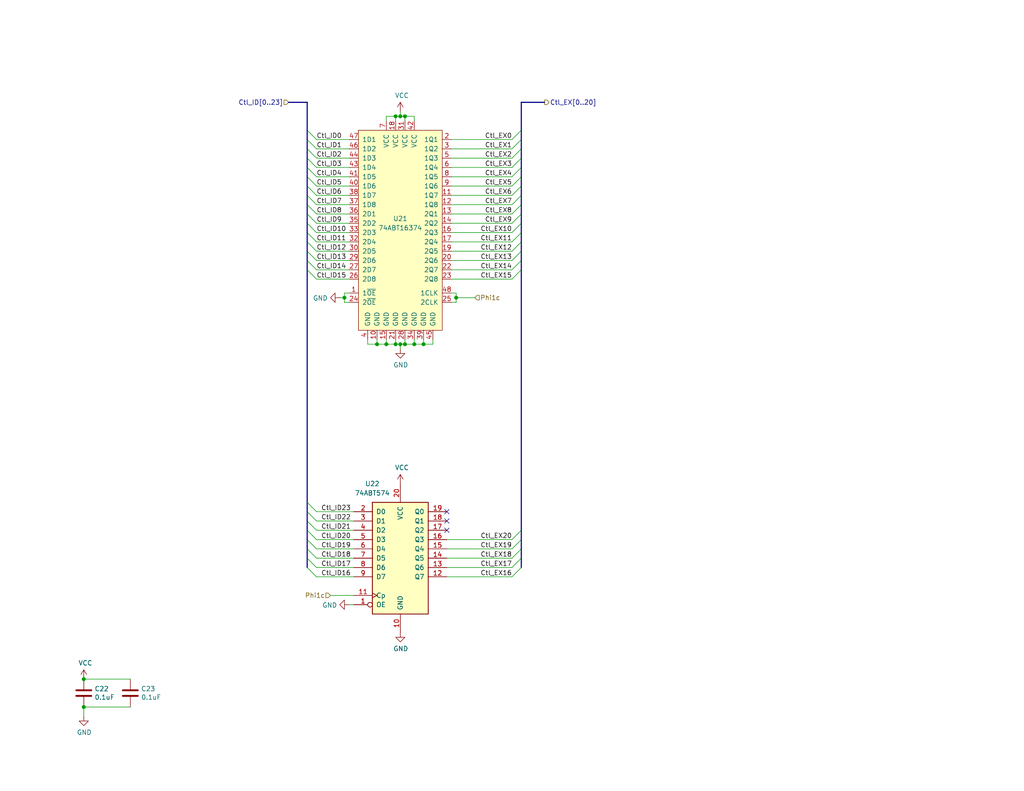
<source format=kicad_sch>
(kicad_sch (version 20250114) (generator "eeschema") (generator_version "9.0")
  (paper "USLetter")
  (title_block (title "ID/EX Control Register") (date "2023-11-25") (rev "A"))
  (lib_symbols
    (symbol "Device:C" (pin_numbers (hide yes)) (pin_names (offset 0.254))
      (property "Reference" "C" (at 0.635 2.54 0))
      (property "Value" "C" (at 0.635 -2.54 0))
      (symbol "C_0_1"
        (polyline (pts (xy -2.032 0.762) (xy 2.032 0.762)) (stroke (width 0.508)))
        (polyline (pts (xy -2.032 -0.762) (xy 2.032 -0.762)) (stroke (width 0.508)))
      )
      (symbol "C_1_1"
        (pin passive line (at 0 3.81 270) (length 2.794) (name "~") (number "1"))
        (pin passive line (at 0 -3.81 90) (length 2.794) (name "~") (number "2"))
      )
    )
    (symbol "Turtle16:74ABT16374" (pin_names (offset 1.016))
      (symbol "74ABT16374_0_0"
        (pin input line (at -13.97 21.59 0) (length 2.54) (name "1D1") (number "47"))
        (pin input line (at -13.97 19.05 0) (length 2.54) (name "1D2") (number "46"))
        (pin input line (at -13.97 16.51 0) (length 2.54) (name "1D3") (number "44"))
        (pin input line (at -13.97 13.97 0) (length 2.54) (name "1D4") (number "43"))
        (pin input line (at -13.97 11.43 0) (length 2.54) (name "1D5") (number "41"))
        (pin input line (at -13.97 8.89 0) (length 2.54) (name "1D6") (number "40"))
        (pin input line (at -13.97 6.35 0) (length 2.54) (name "1D7") (number "38"))
        (pin input line (at -13.97 3.81 0) (length 2.54) (name "1D8") (number "37"))
        (pin input line (at -13.97 1.27 0) (length 2.54) (name "2D1") (number "36"))
        (pin input line (at -13.97 -1.27 0) (length 2.54) (name "2D2") (number "35"))
        (pin input line (at -13.97 -3.81 0) (length 2.54) (name "2D3") (number "33"))
        (pin input line (at -13.97 -6.35 0) (length 2.54) (name "2D4") (number "32"))
        (pin input line (at -13.97 -8.89 0) (length 2.54) (name "2D5") (number "30"))
        (pin input line (at -13.97 -11.43 0) (length 2.54) (name "2D6") (number "29"))
        (pin input line (at -13.97 -13.97 0) (length 2.54) (name "2D7") (number "27"))
        (pin input line (at -13.97 -16.51 0) (length 2.54) (name "2D8") (number "26"))
        (pin input line (at -13.97 -20.32 0) (length 2.54) (name "1~{OE}") (number "1"))
        (pin input line (at -13.97 -22.86 0) (length 2.54) (name "2~{OE}") (number "24"))
        (pin power_in line (at -8.89 -33.02 90) (length 2.54) (name "GND") (number "4"))
        (pin power_in line (at -6.35 -33.02 90) (length 2.54) (name "GND") (number "10"))
        (pin power_in line (at -3.81 26.67 270) (length 2.54) (name "VCC") (number "7"))
        (pin power_in line (at -3.81 -33.02 90) (length 2.54) (name "GND") (number "15"))
        (pin power_in line (at -1.27 26.67 270) (length 2.54) (name "VCC") (number "18"))
        (pin power_in line (at -1.27 -33.02 90) (length 2.54) (name "GND") (number "21"))
        (pin power_in line (at 1.27 26.67 270) (length 2.54) (name "VCC") (number "31"))
        (pin power_in line (at 1.27 -33.02 90) (length 2.54) (name "GND") (number "28"))
        (pin power_in line (at 3.81 26.67 270) (length 2.54) (name "VCC") (number "42"))
        (pin power_in line (at 3.81 -33.02 90) (length 2.54) (name "GND") (number "34"))
        (pin power_in line (at 6.35 -33.02 90) (length 2.54) (name "GND") (number "39"))
        (pin power_in line (at 8.89 -33.02 90) (length 2.54) (name "GND") (number "45"))
        (pin tri_state line (at 13.97 21.59 180) (length 2.54) (name "1Q1") (number "2"))
        (pin tri_state line (at 13.97 19.05 180) (length 2.54) (name "1Q2") (number "3"))
        (pin tri_state line (at 13.97 16.51 180) (length 2.54) (name "1Q3") (number "5"))
        (pin tri_state line (at 13.97 13.97 180) (length 2.54) (name "1Q4") (number "6"))
        (pin tri_state line (at 13.97 11.43 180) (length 2.54) (name "1Q5") (number "8"))
        (pin tri_state line (at 13.97 8.89 180) (length 2.54) (name "1Q6") (number "9"))
        (pin tri_state line (at 13.97 6.35 180) (length 2.54) (name "1Q7") (number "11"))
        (pin tri_state line (at 13.97 3.81 180) (length 2.54) (name "1Q8") (number "12"))
        (pin tri_state line (at 13.97 1.27 180) (length 2.54) (name "2Q1") (number "13"))
        (pin tri_state line (at 13.97 -1.27 180) (length 2.54) (name "2Q2") (number "14"))
        (pin tri_state line (at 13.97 -3.81 180) (length 2.54) (name "2Q3") (number "16"))
        (pin tri_state line (at 13.97 -6.35 180) (length 2.54) (name "2Q4") (number "17"))
        (pin tri_state line (at 13.97 -8.89 180) (length 2.54) (name "2Q5") (number "19"))
        (pin tri_state line (at 13.97 -11.43 180) (length 2.54) (name "2Q6") (number "20"))
        (pin tri_state line (at 13.97 -13.97 180) (length 2.54) (name "2Q7") (number "22"))
        (pin tri_state line (at 13.97 -16.51 180) (length 2.54) (name "2Q8") (number "23"))
        (pin input line (at 13.97 -20.32 180) (length 2.54) (name "1CLK") (number "48"))
        (pin input line (at 13.97 -22.86 180) (length 2.54) (name "2CLK") (number "25"))
      )
      (symbol "74ABT16374_0_1"
        (rectangle (start -11.43 24.13) (end 11.43 -30.48) (fill (type background)))
      )
    )
    (symbol "Turtle16:74ABT574" (pin_names (offset 1.016))
      (property "Reference" "U" (at -7.62 16.51 0))
      (property "Value" "74ABT574" (at -7.62 -16.51 0))
      (symbol "74ABT574_1_0"
        (pin input line (at -12.7 12.7 0) (length 5.08) (name "D0") (number "2"))
        (pin input line (at -12.7 10.16 0) (length 5.08) (name "D1") (number "3"))
        (pin input line (at -12.7 7.62 0) (length 5.08) (name "D2") (number "4"))
        (pin input line (at -12.7 5.08 0) (length 5.08) (name "D3") (number "5"))
        (pin input line (at -12.7 2.54 0) (length 5.08) (name "D4") (number "6"))
        (pin input line (at -12.7 0 0) (length 5.08) (name "D5") (number "7"))
        (pin input line (at -12.7 -2.54 0) (length 5.08) (name "D6") (number "8"))
        (pin input line (at -12.7 -5.08 0) (length 5.08) (name "D7") (number "9"))
        (pin input clock (at -12.7 -10.16 0) (length 5.08) (name "Cp") (number "11"))
        (pin input inverted (at -12.7 -12.7 0) (length 5.08) (name "OE") (number "1"))
        (pin power_in line (at 0 20.32 270) (length 5.08) (name "VCC") (number "20"))
        (pin power_in line (at 0 -20.32 90) (length 5.08) (name "GND") (number "10"))
        (pin tri_state line (at 12.7 12.7 180) (length 5.08) (name "Q0") (number "19"))
        (pin tri_state line (at 12.7 10.16 180) (length 5.08) (name "Q1") (number "18"))
        (pin tri_state line (at 12.7 7.62 180) (length 5.08) (name "Q2") (number "17"))
        (pin tri_state line (at 12.7 5.08 180) (length 5.08) (name "Q3") (number "16"))
        (pin tri_state line (at 12.7 2.54 180) (length 5.08) (name "Q4") (number "15"))
        (pin tri_state line (at 12.7 0 180) (length 5.08) (name "Q5") (number "14"))
        (pin tri_state line (at 12.7 -2.54 180) (length 5.08) (name "Q6") (number "13"))
        (pin tri_state line (at 12.7 -5.08 180) (length 5.08) (name "Q7") (number "12"))
      )
      (symbol "74ABT574_1_1"
        (rectangle (start -7.62 15.24) (end 7.62 -15.24) (stroke (width 0.254)) (fill (type background)))
      )
    )
    (symbol "power:GND" (power) (pin_names (offset 0))
      (property "Value" "GND" (at 0 -3.81 0))
      (symbol "GND_0_1"
        (polyline (pts (xy 0 0) (xy 0 -1.27) (xy 1.27 -1.27) (xy 0 -2.54) (xy -1.27 -1.27) (xy 0 -1.27)))
      )
      (symbol "GND_1_1"
        (pin power_in line (at 0 0 270) (length 0) (hide yes) (name "GND") (number "1"))
      )
    )
    (symbol "power:VCC" (power) (pin_names (offset 0))
      (property "Value" "VCC" (at 0 3.81 0))
      (symbol "VCC_0_1"
        (polyline (pts (xy -0.762 1.27) (xy 0 2.54)))
        (polyline (pts (xy 0 2.54) (xy 0.762 1.27)))
        (polyline (pts (xy 0 0) (xy 0 2.54)))
      )
      (symbol "VCC_1_1"
        (pin power_in line (at 0 0 90) (length 0) (hide yes) (name "VCC") (number "1"))
      )
    )
  )
  (junction (at 110.49 31.75))
  (junction (at 110.49 93.98))
  (junction (at 107.95 31.75))
  (junction (at 22.86 193.04))
  (junction (at 93.98 81.28))
  (junction (at 22.86 185.42))
  (junction (at 124.46 81.28))
  (junction (at 107.95 93.98))
  (junction (at 109.22 31.75))
  (junction (at 109.22 93.98))
  (junction (at 105.41 93.98))
  (junction (at 102.87 93.98))
  (junction (at 113.03 93.98))
  (junction (at 115.57 93.98))
  (no_connect (at 121.92 139.7))
  (no_connect (at 121.92 142.24))
  (no_connect (at 121.92 144.78))
  (bus_entry (at 142.24 53.34) (size -2.54 2.54))
  (bus_entry (at 83.82 55.88) (size 2.54 2.54))
  (bus_entry (at 142.24 68.58) (size -2.54 2.54))
  (bus_entry (at 83.82 58.42) (size 2.54 2.54))
  (bus_entry (at 142.24 43.18) (size -2.54 2.54))
  (bus_entry (at 83.82 152.4) (size 2.54 2.54))
  (bus_entry (at 83.82 144.78) (size 2.54 2.54))
  (bus_entry (at 142.24 38.1) (size -2.54 2.54))
  (bus_entry (at 142.24 152.4) (size -2.54 2.54))
  (bus_entry (at 142.24 71.12) (size -2.54 2.54))
  (bus_entry (at 142.24 40.64) (size -2.54 2.54))
  (bus_entry (at 83.82 60.96) (size 2.54 2.54))
  (bus_entry (at 83.82 43.18) (size 2.54 2.54))
  (bus_entry (at 83.82 137.16) (size 2.54 2.54))
  (bus_entry (at 83.82 139.7) (size 2.54 2.54))
  (bus_entry (at 83.82 142.24) (size 2.54 2.54))
  (bus_entry (at 142.24 35.56) (size -2.54 2.54))
  (bus_entry (at 83.82 63.5) (size 2.54 2.54))
  (bus_entry (at 142.24 50.8) (size -2.54 2.54))
  (bus_entry (at 142.24 60.96) (size -2.54 2.54))
  (bus_entry (at 83.82 147.32) (size 2.54 2.54))
  (bus_entry (at 83.82 48.26) (size 2.54 2.54))
  (bus_entry (at 83.82 38.1) (size 2.54 2.54))
  (bus_entry (at 142.24 63.5) (size -2.54 2.54))
  (bus_entry (at 83.82 35.56) (size 2.54 2.54))
  (bus_entry (at 83.82 53.34) (size 2.54 2.54))
  (bus_entry (at 83.82 45.72) (size 2.54 2.54))
  (bus_entry (at 83.82 68.58) (size 2.54 2.54))
  (bus_entry (at 142.24 48.26) (size -2.54 2.54))
  (bus_entry (at 142.24 154.94) (size -2.54 2.54))
  (bus_entry (at 142.24 149.86) (size -2.54 2.54))
  (bus_entry (at 142.24 45.72) (size -2.54 2.54))
  (bus_entry (at 142.24 58.42) (size -2.54 2.54))
  (bus_entry (at 83.82 149.86) (size 2.54 2.54))
  (bus_entry (at 142.24 66.04) (size -2.54 2.54))
  (bus_entry (at 142.24 55.88) (size -2.54 2.54))
  (bus_entry (at 142.24 147.32) (size -2.54 2.54))
  (bus_entry (at 83.82 50.8) (size 2.54 2.54))
  (bus_entry (at 142.24 144.78) (size -2.54 2.54))
  (bus_entry (at 83.82 66.04) (size 2.54 2.54))
  (bus_entry (at 83.82 71.12) (size 2.54 2.54))
  (bus_entry (at 83.82 154.94) (size 2.54 2.54))
  (bus_entry (at 83.82 40.64) (size 2.54 2.54))
  (bus_entry (at 83.82 73.66) (size 2.54 2.54))
  (bus_entry (at 142.24 73.66) (size -2.54 2.54))
  (wire (pts (xy 86.36 43.18) (xy 95.25 43.18)))
  (bus (pts (xy 83.82 38.1) (xy 83.82 40.64)))
  (wire (pts (xy 139.7 154.94) (xy 121.92 154.94)))
  (wire (pts (xy 124.46 82.55) (xy 123.19 82.55)))
  (bus (pts (xy 83.82 27.94) (xy 83.82 35.56)))
  (wire (pts (xy 100.33 92.71) (xy 100.33 93.98)))
  (bus (pts (xy 142.24 27.94) (xy 142.24 35.56)))
  (wire (pts (xy 139.7 60.96) (xy 123.19 60.96)))
  (wire (pts (xy 139.7 38.1) (xy 123.19 38.1)))
  (wire (pts (xy 115.57 92.71) (xy 115.57 93.98)))
  (wire (pts (xy 107.95 93.98) (xy 109.22 93.98)))
  (wire (pts (xy 35.56 193.04) (xy 22.86 193.04)))
  (wire (pts (xy 86.36 53.34) (xy 95.25 53.34)))
  (wire (pts (xy 107.95 31.75) (xy 109.22 31.75)))
  (wire (pts (xy 86.36 68.58) (xy 95.25 68.58)))
  (bus (pts (xy 83.82 35.56) (xy 83.82 38.1)))
  (wire (pts (xy 86.36 66.04) (xy 95.25 66.04)))
  (bus (pts (xy 142.24 45.72) (xy 142.24 48.26)))
  (wire (pts (xy 139.7 157.48) (xy 121.92 157.48)))
  (bus (pts (xy 83.82 152.4) (xy 83.82 154.94)))
  (wire (pts (xy 86.36 55.88) (xy 95.25 55.88)))
  (wire (pts (xy 109.22 93.98) (xy 109.22 95.25)))
  (wire (pts (xy 139.7 55.88) (xy 123.19 55.88)))
  (bus (pts (xy 83.82 137.16) (xy 83.82 139.7)))
  (wire (pts (xy 113.03 31.75) (xy 113.03 33.02)))
  (wire (pts (xy 139.7 43.18) (xy 123.19 43.18)))
  (wire (pts (xy 93.98 81.28) (xy 93.98 82.55)))
  (wire (pts (xy 109.22 31.75) (xy 110.49 31.75)))
  (bus (pts (xy 142.24 53.34) (xy 142.24 55.88)))
  (wire (pts (xy 109.22 93.98) (xy 110.49 93.98)))
  (bus (pts (xy 83.82 43.18) (xy 83.82 45.72)))
  (bus (pts (xy 142.24 35.56) (xy 142.24 38.1)))
  (wire (pts (xy 139.7 66.04) (xy 123.19 66.04)))
  (bus (pts (xy 142.24 149.86) (xy 142.24 152.4)))
  (bus (pts (xy 142.24 55.88) (xy 142.24 58.42)))
  (bus (pts (xy 83.82 68.58) (xy 83.82 71.12)))
  (bus (pts (xy 142.24 40.64) (xy 142.24 43.18)))
  (bus (pts (xy 142.24 147.32) (xy 142.24 149.86)))
  (wire (pts (xy 105.41 92.71) (xy 105.41 93.98)))
  (wire (pts (xy 139.7 53.34) (xy 123.19 53.34)))
  (bus (pts (xy 83.82 144.78) (xy 83.82 147.32)))
  (wire (pts (xy 86.36 73.66) (xy 95.25 73.66)))
  (wire (pts (xy 86.36 144.78) (xy 96.52 144.78)))
  (bus (pts (xy 83.82 63.5) (xy 83.82 66.04)))
  (wire (pts (xy 102.87 92.71) (xy 102.87 93.98)))
  (wire (pts (xy 86.36 63.5) (xy 95.25 63.5)))
  (wire (pts (xy 110.49 93.98) (xy 113.03 93.98)))
  (wire (pts (xy 86.36 58.42) (xy 95.25 58.42)))
  (bus (pts (xy 148.59 27.94) (xy 142.24 27.94)))
  (wire (pts (xy 86.36 149.86) (xy 96.52 149.86)))
  (wire (pts (xy 139.7 147.32) (xy 121.92 147.32)))
  (wire (pts (xy 139.7 152.4) (xy 121.92 152.4)))
  (bus (pts (xy 142.24 63.5) (xy 142.24 66.04)))
  (wire (pts (xy 86.36 76.2) (xy 95.25 76.2)))
  (bus (pts (xy 142.24 73.66) (xy 142.24 144.78)))
  (wire (pts (xy 86.36 45.72) (xy 95.25 45.72)))
  (bus (pts (xy 142.24 66.04) (xy 142.24 68.58)))
  (wire (pts (xy 22.86 195.58) (xy 22.86 193.04)))
  (wire (pts (xy 86.36 71.12) (xy 95.25 71.12)))
  (wire (pts (xy 123.19 80.01) (xy 124.46 80.01)))
  (wire (pts (xy 86.36 147.32) (xy 96.52 147.32)))
  (wire (pts (xy 93.98 80.01) (xy 93.98 81.28)))
  (wire (pts (xy 109.22 30.48) (xy 109.22 31.75)))
  (bus (pts (xy 142.24 58.42) (xy 142.24 60.96)))
  (wire (pts (xy 86.36 38.1) (xy 95.25 38.1)))
  (wire (pts (xy 110.49 31.75) (xy 113.03 31.75)))
  (wire (pts (xy 118.11 93.98) (xy 118.11 92.71)))
  (wire (pts (xy 86.36 157.48) (xy 96.52 157.48)))
  (bus (pts (xy 142.24 152.4) (xy 142.24 154.94)))
  (wire (pts (xy 139.7 50.8) (xy 123.19 50.8)))
  (wire (pts (xy 102.87 93.98) (xy 105.41 93.98)))
  (wire (pts (xy 90.17 162.56) (xy 96.52 162.56)))
  (wire (pts (xy 107.95 92.71) (xy 107.95 93.98)))
  (bus (pts (xy 83.82 50.8) (xy 83.82 53.34)))
  (bus (pts (xy 83.82 71.12) (xy 83.82 73.66)))
  (wire (pts (xy 107.95 33.02) (xy 107.95 31.75)))
  (bus (pts (xy 83.82 73.66) (xy 83.82 137.16)))
  (wire (pts (xy 124.46 81.28) (xy 129.54 81.28)))
  (wire (pts (xy 110.49 92.71) (xy 110.49 93.98)))
  (wire (pts (xy 86.36 48.26) (xy 95.25 48.26)))
  (wire (pts (xy 86.36 142.24) (xy 96.52 142.24)))
  (wire (pts (xy 86.36 152.4) (xy 96.52 152.4)))
  (bus (pts (xy 142.24 43.18) (xy 142.24 45.72)))
  (wire (pts (xy 105.41 33.02) (xy 105.41 31.75)))
  (bus (pts (xy 83.82 149.86) (xy 83.82 152.4)))
  (wire (pts (xy 113.03 93.98) (xy 115.57 93.98)))
  (bus (pts (xy 142.24 38.1) (xy 142.24 40.64)))
  (wire (pts (xy 93.98 81.28) (xy 92.71 81.28)))
  (wire (pts (xy 139.7 63.5) (xy 123.19 63.5)))
  (bus (pts (xy 83.82 45.72) (xy 83.82 48.26)))
  (wire (pts (xy 105.41 93.98) (xy 107.95 93.98)))
  (bus (pts (xy 83.82 53.34) (xy 83.82 55.88)))
  (wire (pts (xy 139.7 48.26) (xy 123.19 48.26)))
  (bus (pts (xy 142.24 144.78) (xy 142.24 147.32)))
  (wire (pts (xy 100.33 93.98) (xy 102.87 93.98)))
  (wire (pts (xy 115.57 93.98) (xy 118.11 93.98)))
  (bus (pts (xy 78.74 27.94) (xy 83.82 27.94)))
  (bus (pts (xy 83.82 142.24) (xy 83.82 144.78)))
  (wire (pts (xy 139.7 68.58) (xy 123.19 68.58)))
  (wire (pts (xy 113.03 92.71) (xy 113.03 93.98)))
  (wire (pts (xy 139.7 45.72) (xy 123.19 45.72)))
  (bus (pts (xy 83.82 48.26) (xy 83.82 50.8)))
  (bus (pts (xy 83.82 40.64) (xy 83.82 43.18)))
  (wire (pts (xy 110.49 33.02) (xy 110.49 31.75)))
  (bus (pts (xy 83.82 147.32) (xy 83.82 149.86)))
  (wire (pts (xy 95.25 165.1) (xy 96.52 165.1)))
  (wire (pts (xy 139.7 40.64) (xy 123.19 40.64)))
  (bus (pts (xy 83.82 66.04) (xy 83.82 68.58)))
  (bus (pts (xy 142.24 48.26) (xy 142.24 50.8)))
  (bus (pts (xy 142.24 71.12) (xy 142.24 73.66)))
  (bus (pts (xy 83.82 139.7) (xy 83.82 142.24)))
  (wire (pts (xy 95.25 80.01) (xy 93.98 80.01)))
  (wire (pts (xy 86.36 40.64) (xy 95.25 40.64)))
  (wire (pts (xy 22.86 185.42) (xy 35.56 185.42)))
  (wire (pts (xy 86.36 139.7) (xy 96.52 139.7)))
  (bus (pts (xy 142.24 68.58) (xy 142.24 71.12)))
  (bus (pts (xy 83.82 58.42) (xy 83.82 60.96)))
  (wire (pts (xy 139.7 149.86) (xy 121.92 149.86)))
  (wire (pts (xy 124.46 80.01) (xy 124.46 81.28)))
  (bus (pts (xy 83.82 60.96) (xy 83.82 63.5)))
  (wire (pts (xy 139.7 76.2) (xy 123.19 76.2)))
  (wire (pts (xy 86.36 50.8) (xy 95.25 50.8)))
  (wire (pts (xy 139.7 71.12) (xy 123.19 71.12)))
  (bus (pts (xy 83.82 55.88) (xy 83.82 58.42)))
  (bus (pts (xy 142.24 50.8) (xy 142.24 53.34)))
  (wire (pts (xy 93.98 82.55) (xy 95.25 82.55)))
  (wire (pts (xy 105.41 31.75) (xy 107.95 31.75)))
  (wire (pts (xy 139.7 58.42) (xy 123.19 58.42)))
  (wire (pts (xy 86.36 154.94) (xy 96.52 154.94)))
  (wire (pts (xy 139.7 73.66) (xy 123.19 73.66)))
  (wire (pts (xy 124.46 81.28) (xy 124.46 82.55)))
  (wire (pts (xy 86.36 60.96) (xy 95.25 60.96)))
  (bus (pts (xy 142.24 60.96) (xy 142.24 63.5)))
  (label "Ctl_EX0" (at 139.7 38.1 180))
  (label "Ctl_EX11" (at 139.7 66.04 180))
  (label "Ctl_EX8" (at 139.7 58.42 180))
  (label "Ctl_ID14" (at 86.36 73.66 0))
  (label "Ctl_ID12" (at 86.36 68.58 0))
  (label "Ctl_EX9" (at 139.7 60.96 180))
  (label "Ctl_ID17" (at 87.63 154.94 0))
  (label "Ctl_EX10" (at 139.7 63.5 180))
  (label "Ctl_EX16" (at 139.7 157.48 180))
  (label "Ctl_ID7" (at 86.36 55.88 0))
  (label "Ctl_ID0" (at 86.36 38.1 0))
  (label "Ctl_ID3" (at 86.36 45.72 0))
  (label "Ctl_EX18" (at 139.7 152.4 180))
  (label "Ctl_EX12" (at 139.7 68.58 180))
  (label "Ctl_ID22" (at 87.63 142.24 0))
  (label "Ctl_EX20" (at 139.7 147.32 180))
  (label "Ctl_EX15" (at 139.7 76.2 180))
  (label "Ctl_ID21" (at 87.63 144.78 0))
  (label "Ctl_ID2" (at 86.36 43.18 0))
  (label "Ctl_ID15" (at 86.36 76.2 0))
  (label "Ctl_EX5" (at 139.7 50.8 180))
  (label "Ctl_ID13" (at 86.36 71.12 0))
  (label "Ctl_ID4" (at 86.36 48.26 0))
  (label "Ctl_EX7" (at 139.7 55.88 180))
  (label "Ctl_EX17" (at 139.7 154.94 180))
  (label "Ctl_EX1" (at 139.7 40.64 180))
  (label "Ctl_ID11" (at 86.36 66.04 0))
  (label "Ctl_EX2" (at 139.7 43.18 180))
  (label "Ctl_ID16" (at 87.63 157.48 0))
  (label "Ctl_ID6" (at 86.36 53.34 0))
  (label "Ctl_ID1" (at 86.36 40.64 0))
  (label "Ctl_ID8" (at 86.36 58.42 0))
  (label "Ctl_EX6" (at 139.7 53.34 180))
  (label "Ctl_ID20" (at 87.63 147.32 0))
  (label "Ctl_ID18" (at 87.63 152.4 0))
  (label "Ctl_ID19" (at 87.63 149.86 0))
  (label "Ctl_EX3" (at 139.7 45.72 180))
  (label "Ctl_ID10" (at 86.36 63.5 0))
  (label "Ctl_ID9" (at 86.36 60.96 0))
  (label "Ctl_EX4" (at 139.7 48.26 180))
  (label "Ctl_ID23" (at 87.63 139.7 0))
  (label "Ctl_EX19" (at 139.7 149.86 180))
  (label "Ctl_ID5" (at 86.36 50.8 0))
  (label "Ctl_EX14" (at 139.7 73.66 180))
  (label "Ctl_EX13" (at 139.7 71.12 180))
  (hierarchical_label "Ctl_ID[0..23]" (shape input) (at 78.74 27.94 180))
  (hierarchical_label "Phi1c" (shape input) (at 129.54 81.28 0))
  (hierarchical_label "Ctl_EX[0..20]" (shape output) (at 148.59 27.94 0))
  (hierarchical_label "Phi1c" (shape input) (at 90.17 162.56 180))
  (symbol (lib_id "Device:C") (at 22.86 189.23 0) (unit 1)
    (property "Reference" "C22" (at 25.781 188.0616 0) (effects (justify left)))
    (property "Value" "0.1uF" (at 25.781 190.373 0) (effects (justify left)))
    (property "Footprint" "Capacitor_SMD:C_0603_1608Metric" (effects (hide yes)))
    (property "Datasheet" "https://www.mouser.com/datasheet/2/396/taiyo_yuden_12132018_mlcc11_hq_e-1510082.pdf" (effects (hide yes)))
    (property "Manufacturer" "Taiyo Yuden" (effects (hide yes)))
    (property "Manufacturer#" "EMK107B7104KAHT" (effects (hide yes)))
    (property "Mouser#" "963-EMK107B7104KAHT" (effects (hide yes)))
    (property "Digikey#" "587-6004-1-ND" (effects (hide yes)))
  )
  (symbol (lib_id "power:VCC") (at 22.86 185.42 0) (unit 1)
    (property "Reference" "#PWR0112" (effects (hide yes)))
    (property "Value" "VCC" (at 23.2918 181.0258 0))
  )
  (symbol (lib_id "power:GND") (at 22.86 195.58 0) (unit 1)
    (property "Reference" "#PWR0113" (effects (hide yes)))
    (property "Value" "GND" (at 22.987 199.9742 0))
  )
  (symbol (lib_id "Device:C") (at 35.56 189.23 0) (unit 1)
    (property "Reference" "C23" (at 38.481 188.0616 0) (effects (justify left)))
    (property "Value" "0.1uF" (at 38.481 190.373 0) (effects (justify left)))
    (property "Footprint" "Capacitor_SMD:C_0603_1608Metric" (effects (hide yes)))
    (property "Datasheet" "https://www.mouser.com/datasheet/2/396/taiyo_yuden_12132018_mlcc11_hq_e-1510082.pdf" (effects (hide yes)))
    (property "Manufacturer" "Taiyo Yuden" (effects (hide yes)))
    (property "Manufacturer#" "EMK107B7104KAHT" (effects (hide yes)))
    (property "Mouser#" "963-EMK107B7104KAHT" (effects (hide yes)))
    (property "Digikey#" "587-6004-1-ND" (effects (hide yes)))
  )
  (symbol (lib_id "power:GND") (at 109.22 172.72 0) (unit 1)
    (property "Reference" "#PWR0119" (effects (hide yes)))
    (property "Value" "GND" (at 109.347 177.1142 0))
  )
  (symbol (lib_id "power:VCC") (at 109.22 132.08 0) (unit 1)
    (property "Reference" "#PWR0118" (effects (hide yes)))
    (property "Value" "VCC" (at 109.6518 127.6858 0))
  )
  (symbol (lib_id "Turtle16:74ABT574") (at 109.22 152.4 0) (unit 1)
    (property "Reference" "U22" (at 101.6 132.08 0))
    (property "Value" "74ABT574" (at 101.6 134.62 0))
    (property "Footprint" "Package_SO:TSSOP-20_4.4x6.5mm_P0.65mm" (effects (hide yes)))
    (property "Datasheet" "https://www.ti.com/general/docs/suppproductinfo.tsp?distId=26&gotoUrl=https://www.ti.com/lit/gpn/sn74abt574a" (effects (hide yes)))
    (property "Manufacturer" "Texas Instruments" (effects (hide yes)))
    (property "Manufacturer#" "SN74ABT574APW" (effects (hide yes)))
    (property "Mouser#" "595-SN74ABT574APW" (effects (hide yes)))
    (property "Digikey#" "296-33631-5-ND" (effects (hide yes)))
  )
  (symbol (lib_id "power:GND") (at 95.25 165.1 270) (unit 1)
    (property "Reference" "#PWR0115" (effects (hide yes)))
    (property "Value" "GND" (at 91.9988 165.227 90) (effects (justify right)))
  )
  (symbol (lib_id "power:GND") (at 92.71 81.28 270) (unit 1)
    (property "Reference" "#PWR0114" (effects (hide yes)))
    (property "Value" "GND" (at 89.4588 81.407 90) (effects (justify right)))
  )
  (symbol (lib_id "power:VCC") (at 109.22 30.48 0) (unit 1)
    (property "Reference" "#PWR0116" (effects (hide yes)))
    (property "Value" "VCC" (at 109.6518 26.0858 0))
  )
  (symbol (lib_id "power:GND") (at 109.22 95.25 0) (unit 1)
    (property "Reference" "#PWR0117" (effects (hide yes)))
    (property "Value" "GND" (at 109.347 99.6442 0))
  )
  (symbol (lib_id "Turtle16:74ABT16374") (at 109.22 59.69 0) (unit 1)
    (property "Reference" "U21" (at 109.22 59.69 0))
    (property "Value" "74ABT16374" (at 109.22 62.23 0))
    (property "Footprint" "Package_SO:TSSOP-48_6.1x12.5mm_P0.5mm" (effects (hide yes)))
    (property "Datasheet" "https://www.ti.com/general/docs/suppproductinfo.tsp?distId=26&gotoUrl=https://www.ti.com/lit/gpn/sn74abt16374a" (effects (hide yes)))
    (property "Manufacturer" "Texas Instruments" (effects (hide yes)))
    (property "Manufacturer#" "SN74ABT16374ADGGR" (effects (hide yes)))
    (property "Mouser#" "595-SNABT16374ADGGR" (effects (hide yes)))
    (property "Digikey#" "296-3900-1-ND" (effects (hide yes)))
  )
)
</source>
